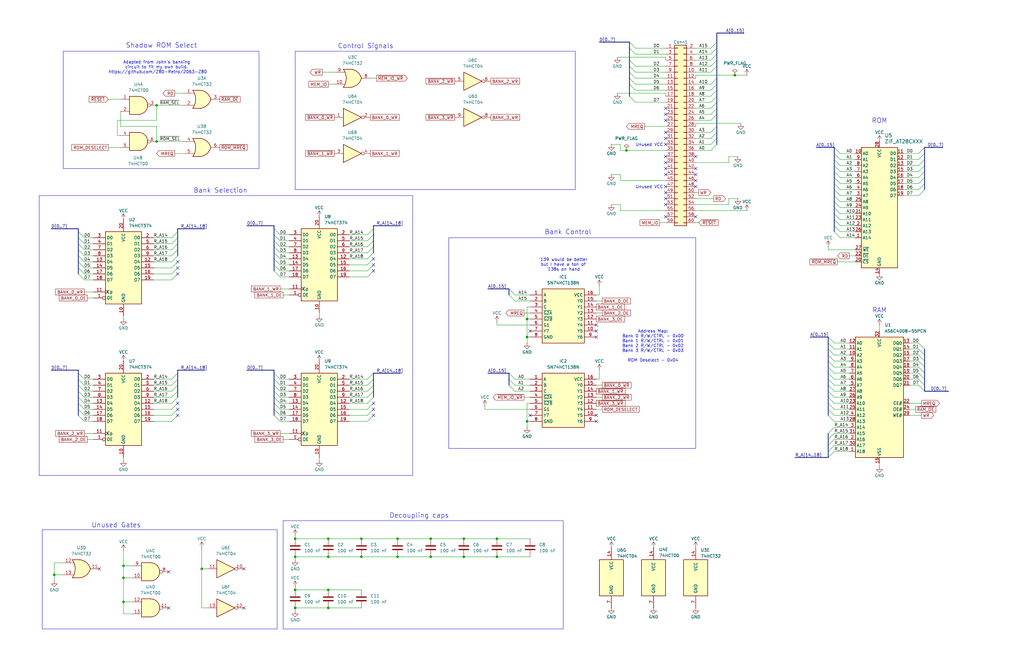
<source format=kicad_sch>
(kicad_sch (version 20231120) (generator "eeschema") (generator_version "8.0")
  (paper "B")
  (title_block (title "Kludge Memory Card") (rev "1.0"))
  (junction (at 152.4 227.33))
  (junction (at 124.46 248.92))
  (junction (at 167.64 227.33))
  (junction (at 138.43 256.54))
  (junction (at 52.07 243.84))
  (junction (at 66.04 44.45))
  (junction (at 195.58 234.95))
  (junction (at 309.88 31.75))
  (junction (at 222.25 142.24))
  (junction (at 138.43 227.33))
  (junction (at 222.25 177.8))
  (junction (at 209.55 234.95))
  (junction (at 152.4 234.95))
  (junction (at 85.09 240.03))
  (junction (at 52.07 254))
  (junction (at 22.86 242.57))
  (junction (at 138.43 234.95))
  (junction (at 66.04 59.69))
  (junction (at 138.43 248.92))
  (junction (at 222.25 134.62))
  (junction (at 209.55 227.33))
  (junction (at 264.16 63.5))
  (junction (at 181.61 227.33))
  (junction (at 52.07 238.76))
  (junction (at 124.46 227.33))
  (junction (at 124.46 256.54))
  (junction (at 195.58 227.33))
  (junction (at 181.61 234.95))
  (junction (at 124.46 234.95))
  (junction (at 167.64 234.95))
  (no_connect (at 223.52 175.26))
  (no_connect (at 74.93 115.57))
  (no_connect (at 280.67 78.74))
  (no_connect (at 102.87 240.03))
  (no_connect (at 251.46 139.7))
  (no_connect (at 293.37 71.12))
  (no_connect (at 251.46 177.8))
  (no_connect (at 280.67 58.42))
  (no_connect (at 71.12 256.54))
  (no_connect (at 157.48 175.26))
  (no_connect (at 157.48 170.18))
  (no_connect (at 157.48 111.76))
  (no_connect (at 71.12 241.3))
  (no_connect (at 74.93 172.72))
  (no_connect (at 280.67 83.82))
  (no_connect (at 157.48 114.3))
  (no_connect (at 293.37 91.44))
  (no_connect (at 251.46 137.16))
  (no_connect (at 74.93 170.18))
  (no_connect (at 280.67 45.72))
  (no_connect (at 280.67 91.44))
  (no_connect (at 280.67 71.12))
  (no_connect (at 280.67 50.8))
  (no_connect (at 157.48 172.72))
  (no_connect (at 251.46 175.26))
  (no_connect (at 74.93 175.26))
  (no_connect (at 293.37 66.04))
  (no_connect (at 251.46 142.24))
  (no_connect (at 293.37 73.66))
  (no_connect (at 280.67 66.04))
  (no_connect (at 280.67 48.26))
  (no_connect (at 157.48 109.22))
  (no_connect (at 280.67 60.96))
  (no_connect (at 280.67 68.58))
  (no_connect (at 41.91 240.03))
  (no_connect (at 280.67 81.28))
  (no_connect (at 223.52 139.7))
  (no_connect (at 280.67 86.36))
  (no_connect (at 280.67 55.88))
  (no_connect (at 280.67 73.66))
  (no_connect (at 293.37 76.2))
  (no_connect (at 293.37 78.74))
  (no_connect (at 102.87 256.54))
  (no_connect (at 74.93 110.49))
  (no_connect (at 74.93 113.03))
  (bus_entry (at 118.11 160.02) (size -2.54 -2.54))
  (bus_entry (at 299.72 25.4) (size 2.54 -2.54))
  (bus_entry (at 349.25 190.5) (size 2.54 -2.54))
  (bus_entry (at 118.11 109.22) (size -2.54 -2.54))
  (bus_entry (at 35.56 102.87) (size -2.54 -2.54))
  (bus_entry (at 349.25 172.72) (size 2.54 2.54))
  (bus_entry (at 265.43 33.02) (size 2.54 2.54))
  (bus_entry (at 349.25 167.64) (size 2.54 2.54))
  (bus_entry (at 74.93 160.02) (size -2.54 2.54))
  (bus_entry (at 217.17 162.56) (size -2.54 -2.54))
  (bus_entry (at 351.79 77.47) (size 2.54 2.54))
  (bus_entry (at 157.48 99.06) (size -2.54 2.54))
  (bus_entry (at 118.11 99.06) (size -2.54 -2.54))
  (bus_entry (at 349.25 182.88) (size 2.54 -2.54))
  (bus_entry (at 157.48 175.26) (size -2.54 2.54))
  (bus_entry (at 35.56 110.49) (size -2.54 -2.54))
  (bus_entry (at 118.11 175.26) (size -2.54 -2.54))
  (bus_entry (at 387.35 147.32) (size 2.54 2.54))
  (bus_entry (at 35.56 162.56) (size -2.54 -2.54))
  (bus_entry (at 157.48 106.68) (size -2.54 2.54))
  (bus_entry (at 157.48 109.22) (size -2.54 2.54))
  (bus_entry (at 299.72 55.88) (size 2.54 -2.54))
  (bus_entry (at 387.35 149.86) (size 2.54 2.54))
  (bus_entry (at 387.35 67.31) (size 2.54 -2.54))
  (bus_entry (at 351.79 97.79) (size 2.54 2.54))
  (bus_entry (at 35.56 175.26) (size -2.54 -2.54))
  (bus_entry (at 74.93 105.41) (size -2.54 2.54))
  (bus_entry (at 74.93 157.48) (size -2.54 2.54))
  (bus_entry (at 299.72 63.5) (size 2.54 -2.54))
  (bus_entry (at 351.79 92.71) (size 2.54 2.54))
  (bus_entry (at 74.93 102.87) (size -2.54 2.54))
  (bus_entry (at 351.79 74.93) (size 2.54 2.54))
  (bus_entry (at 299.72 58.42) (size 2.54 -2.54))
  (bus_entry (at 157.48 101.6) (size -2.54 2.54))
  (bus_entry (at 118.11 101.6) (size -2.54 -2.54))
  (bus_entry (at 351.79 67.31) (size 2.54 2.54))
  (bus_entry (at 351.79 62.23) (size 2.54 2.54))
  (bus_entry (at 299.72 35.56) (size 2.54 -2.54))
  (bus_entry (at 157.48 157.48) (size -2.54 2.54))
  (bus_entry (at 74.93 167.64) (size -2.54 2.54))
  (bus_entry (at 265.43 35.56) (size 2.54 2.54))
  (bus_entry (at 214.63 162.56) (size 2.54 2.54))
  (bus_entry (at 265.43 17.78) (size 2.54 2.54))
  (bus_entry (at 157.48 111.76) (size -2.54 2.54))
  (bus_entry (at 387.35 154.94) (size 2.54 2.54))
  (bus_entry (at 118.11 104.14) (size -2.54 -2.54))
  (bus_entry (at 299.72 38.1) (size 2.54 -2.54))
  (bus_entry (at 74.93 110.49) (size -2.54 2.54))
  (bus_entry (at 299.72 50.8) (size 2.54 -2.54))
  (bus_entry (at 349.25 157.48) (size 2.54 2.54))
  (bus_entry (at 299.72 43.18) (size 2.54 -2.54))
  (bus_entry (at 35.56 165.1) (size -2.54 -2.54))
  (bus_entry (at 74.93 115.57) (size -2.54 2.54))
  (bus_entry (at 349.25 193.04) (size 2.54 -2.54))
  (bus_entry (at 387.35 160.02) (size 2.54 2.54))
  (bus_entry (at 35.56 172.72) (size -2.54 -2.54))
  (bus_entry (at 35.56 115.57) (size -2.54 -2.54))
  (bus_entry (at 35.56 160.02) (size -2.54 -2.54))
  (bus_entry (at 118.11 106.68) (size -2.54 -2.54))
  (bus_entry (at 351.79 80.01) (size 2.54 2.54))
  (bus_entry (at 387.35 69.85) (size 2.54 -2.54))
  (bus_entry (at 157.48 167.64) (size -2.54 2.54))
  (bus_entry (at 299.72 40.64) (size 2.54 -2.54))
  (bus_entry (at 349.25 154.94) (size 2.54 2.54))
  (bus_entry (at 299.72 27.94) (size 2.54 -2.54))
  (bus_entry (at 351.79 95.25) (size 2.54 2.54))
  (bus_entry (at 74.93 162.56) (size -2.54 2.54))
  (bus_entry (at 299.72 60.96) (size 2.54 -2.54))
  (bus_entry (at 74.93 165.1) (size -2.54 2.54))
  (bus_entry (at 349.25 149.86) (size 2.54 2.54))
  (bus_entry (at 349.25 144.78) (size 2.54 2.54))
  (bus_entry (at 217.17 127) (size -2.54 -2.54))
  (bus_entry (at 265.43 30.48) (size 2.54 2.54))
  (bus_entry (at 157.48 160.02) (size -2.54 2.54))
  (bus_entry (at 387.35 157.48) (size 2.54 2.54))
  (bus_entry (at 35.56 105.41) (size -2.54 -2.54))
  (bus_entry (at 118.11 167.64) (size -2.54 -2.54))
  (bus_entry (at 349.25 162.56) (size 2.54 2.54))
  (bus_entry (at 118.11 114.3) (size -2.54 -2.54))
  (bus_entry (at 349.25 175.26) (size 2.54 2.54))
  (bus_entry (at 74.93 175.26) (size -2.54 2.54))
  (bus_entry (at 349.25 142.24) (size 2.54 2.54))
  (bus_entry (at 349.25 187.96) (size 2.54 -2.54))
  (bus_entry (at 387.35 144.78) (size 2.54 2.54))
  (bus_entry (at 118.11 162.56) (size -2.54 -2.54))
  (bus_entry (at 157.48 170.18) (size -2.54 2.54))
  (bus_entry (at 74.93 170.18) (size -2.54 2.54))
  (bus_entry (at 351.79 87.63) (size 2.54 2.54))
  (bus_entry (at 35.56 170.18) (size -2.54 -2.54))
  (bus_entry (at 351.79 72.39) (size 2.54 2.54))
  (bus_entry (at 35.56 107.95) (size -2.54 -2.54))
  (bus_entry (at 118.11 116.84) (size -2.54 -2.54))
  (bus_entry (at 351.79 82.55) (size 2.54 2.54))
  (bus_entry (at 118.11 172.72) (size -2.54 -2.54))
  (bus_entry (at 351.79 64.77) (size 2.54 2.54))
  (bus_entry (at 157.48 114.3) (size -2.54 2.54))
  (bus_entry (at 265.43 20.32) (size 2.54 2.54))
  (bus_entry (at 349.25 147.32) (size 2.54 2.54))
  (bus_entry (at 118.11 170.18) (size -2.54 -2.54))
  (bus_entry (at 74.93 113.03) (size -2.54 2.54))
  (bus_entry (at 387.35 77.47) (size 2.54 -2.54))
  (bus_entry (at 74.93 172.72) (size -2.54 2.54))
  (bus_entry (at 299.72 22.86) (size 2.54 -2.54))
  (bus_entry (at 351.79 69.85) (size 2.54 2.54))
  (bus_entry (at 387.35 64.77) (size 2.54 -2.54))
  (bus_entry (at 299.72 45.72) (size 2.54 -2.54))
  (bus_entry (at 349.25 152.4) (size 2.54 2.54))
  (bus_entry (at 349.25 185.42) (size 2.54 -2.54))
  (bus_entry (at 349.25 160.02) (size 2.54 2.54))
  (bus_entry (at 387.35 80.01) (size 2.54 -2.54))
  (bus_entry (at 387.35 82.55) (size 2.54 -2.54))
  (bus_entry (at 387.35 152.4) (size 2.54 2.54))
  (bus_entry (at 299.72 30.48) (size 2.54 -2.54))
  (bus_entry (at 217.17 160.02) (size -2.54 -2.54))
  (bus_entry (at 265.43 25.4) (size 2.54 2.54))
  (bus_entry (at 349.25 170.18) (size 2.54 2.54))
  (bus_entry (at 35.56 118.11) (size -2.54 -2.54))
  (bus_entry (at 35.56 167.64) (size -2.54 -2.54))
  (bus_entry (at 387.35 74.93) (size 2.54 -2.54))
  (bus_entry (at 299.72 48.26) (size 2.54 -2.54))
  (bus_entry (at 387.35 72.39) (size 2.54 -2.54))
  (bus_entry (at 349.25 165.1) (size 2.54 2.54))
  (bus_entry (at 157.48 172.72) (size -2.54 2.54))
  (bus_entry (at 35.56 113.03) (size -2.54 -2.54))
  (bus_entry (at 118.11 165.1) (size -2.54 -2.54))
  (bus_entry (at 265.43 27.94) (size 2.54 2.54))
  (bus_entry (at 351.79 90.17) (size 2.54 2.54))
  (bus_entry (at 35.56 177.8) (size -2.54 -2.54))
  (bus_entry (at 217.17 124.46) (size -2.54 -2.54))
  (bus_entry (at 157.48 162.56) (size -2.54 2.54))
  (bus_entry (at 387.35 162.56) (size 2.54 2.54))
  (bus_entry (at 118.11 111.76) (size -2.54 -2.54))
  (bus_entry (at 118.11 177.8) (size -2.54 -2.54))
  (bus_entry (at 157.48 104.14) (size -2.54 2.54))
  (bus_entry (at 35.56 100.33) (size -2.54 -2.54))
  (bus_entry (at 265.43 40.64) (size 2.54 2.54))
  (bus_entry (at 157.48 165.1) (size -2.54 2.54))
  (bus_entry (at 299.72 20.32) (size 2.54 -2.54))
  (bus_entry (at 351.79 85.09) (size 2.54 2.54))
  (bus_entry (at 74.93 97.79) (size -2.54 2.54))
  (bus_entry (at 74.93 107.95) (size -2.54 2.54))
  (bus_entry (at 74.93 100.33) (size -2.54 2.54))
  (bus_entry (at 157.48 96.52) (size -2.54 2.54))
  (wire (pts (xy 251.46 124.46) (xy 252.73 124.46)))
  (bus (pts (xy 115.57 111.76) (xy 115.57 109.22)))
  (wire (pts (xy 223.52 170.18) (xy 222.25 170.18)))
  (wire (pts (xy 299.72 27.94) (xy 293.37 27.94)))
  (wire (pts (xy 383.54 144.78) (xy 387.35 144.78)))
  (bus (pts (xy 33.02 105.41) (xy 33.02 102.87)))
  (wire (pts (xy 52.07 232.41) (xy 52.07 238.76)))
  (bus (pts (xy 302.26 48.26) (xy 302.26 53.34)))
  (bus (pts (xy 302.26 33.02) (xy 302.26 35.56)))
  (wire (pts (xy 167.64 227.33) (xy 181.61 227.33)))
  (wire (pts (xy 209.55 137.16) (xy 223.52 137.16)))
  (wire (pts (xy 222.25 142.24) (xy 223.52 142.24)))
  (bus (pts (xy 214.63 124.46) (xy 214.63 121.92)))
  (wire (pts (xy 222.25 142.24) (xy 222.25 134.62)))
  (bus (pts (xy 74.93 165.1) (xy 74.93 162.56)))
  (bus (pts (xy 351.79 85.09) (xy 351.79 87.63)))
  (bus (pts (xy 265.43 27.94) (xy 265.43 30.48)))
  (wire (pts (xy 351.79 165.1) (xy 358.14 165.1)))
  (bus (pts (xy 351.79 90.17) (xy 351.79 92.71)))
  (wire (pts (xy 121.92 114.3) (xy 118.11 114.3)))
  (bus (pts (xy 74.93 96.52) (xy 74.93 97.79)))
  (wire (pts (xy 121.92 106.68) (xy 118.11 106.68)))
  (wire (pts (xy 64.77 100.33) (xy 72.39 100.33)))
  (wire (pts (xy 267.97 30.48) (xy 280.67 30.48)))
  (bus (pts (xy 265.43 20.32) (xy 265.43 25.4)))
  (bus (pts (xy 115.57 162.56) (xy 115.57 160.02)))
  (bus (pts (xy 302.26 45.72) (xy 302.26 48.26)))
  (wire (pts (xy 52.07 254) (xy 52.07 259.08)))
  (wire (pts (xy 66.04 50.8) (xy 49.53 50.8)))
  (bus (pts (xy 33.02 102.87) (xy 33.02 100.33)))
  (bus (pts (xy 115.57 114.3) (xy 115.57 111.76)))
  (wire (pts (xy 280.67 22.86) (xy 267.97 22.86)))
  (wire (pts (xy 381 72.39) (xy 387.35 72.39)))
  (wire (pts (xy 39.37 167.64) (xy 35.56 167.64)))
  (wire (pts (xy 222.25 142.24) (xy 222.25 144.78)))
  (wire (pts (xy 22.86 245.11) (xy 22.86 242.57)))
  (bus (pts (xy 389.89 162.56) (xy 389.89 165.1)))
  (wire (pts (xy 64.77 170.18) (xy 72.39 170.18)))
  (wire (pts (xy 138.43 35.56) (xy 140.97 35.56)))
  (bus (pts (xy 74.93 160.02) (xy 74.93 157.48)))
  (wire (pts (xy 222.25 177.8) (xy 223.52 177.8)))
  (wire (pts (xy 299.72 25.4) (xy 293.37 25.4)))
  (wire (pts (xy 66.04 59.69) (xy 77.47 59.69)))
  (wire (pts (xy 299.72 63.5) (xy 293.37 63.5)))
  (bus (pts (xy 252.73 17.78) (xy 265.43 17.78)))
  (bus (pts (xy 168.91 95.25) (xy 157.48 95.25)))
  (wire (pts (xy 64.77 162.56) (xy 72.39 162.56)))
  (wire (pts (xy 204.47 172.72) (xy 223.52 172.72)))
  (wire (pts (xy 124.46 248.92) (xy 138.43 248.92)))
  (bus (pts (xy 349.25 149.86) (xy 349.25 152.4)))
  (bus (pts (xy 389.89 154.94) (xy 389.89 157.48)))
  (wire (pts (xy 299.72 55.88) (xy 293.37 55.88)))
  (wire (pts (xy 50.8 46.99) (xy 50.8 53.34)))
  (wire (pts (xy 152.4 227.33) (xy 167.64 227.33)))
  (wire (pts (xy 121.92 172.72) (xy 118.11 172.72)))
  (wire (pts (xy 261.62 88.9) (xy 261.62 86.36)))
  (wire (pts (xy 73.66 39.37) (xy 77.47 39.37)))
  (wire (pts (xy 39.37 100.33) (xy 35.56 100.33)))
  (wire (pts (xy 147.32 175.26) (xy 154.94 175.26)))
  (bus (pts (xy 389.89 62.23) (xy 397.51 62.23)))
  (wire (pts (xy 261.62 63.5) (xy 261.62 60.96)))
  (bus (pts (xy 115.57 95.25) (xy 115.57 96.52)))
  (bus (pts (xy 349.25 172.72) (xy 349.25 175.26)))
  (wire (pts (xy 147.32 160.02) (xy 154.94 160.02)))
  (bus (pts (xy 302.26 13.97) (xy 302.26 17.78)))
  (bus (pts (xy 205.74 121.92) (xy 214.63 121.92)))
  (wire (pts (xy 383.54 154.94) (xy 387.35 154.94)))
  (wire (pts (xy 267.97 38.1) (xy 280.67 38.1)))
  (wire (pts (xy 147.32 106.68) (xy 154.94 106.68)))
  (wire (pts (xy 280.67 24.13) (xy 260.35 24.13)))
  (bus (pts (xy 265.43 25.4) (xy 265.43 27.94)))
  (bus (pts (xy 389.89 64.77) (xy 389.89 67.31)))
  (wire (pts (xy 251.46 160.02) (xy 252.73 160.02)))
  (bus (pts (xy 389.89 157.48) (xy 389.89 160.02)))
  (wire (pts (xy 307.34 68.58) (xy 307.34 66.04)))
  (bus (pts (xy 389.89 152.4) (xy 389.89 154.94)))
  (wire (pts (xy 64.77 107.95) (xy 72.39 107.95)))
  (bus (pts (xy 389.89 149.86) (xy 389.89 152.4)))
  (bus (pts (xy 302.26 58.42) (xy 302.26 60.96)))
  (bus (pts (xy 33.02 167.64) (xy 33.02 165.1)))
  (wire (pts (xy 138.43 227.33) (xy 152.4 227.33)))
  (wire (pts (xy 124.46 226.06) (xy 124.46 227.33)))
  (wire (pts (xy 64.77 175.26) (xy 72.39 175.26)))
  (wire (pts (xy 138.43 256.54) (xy 152.4 256.54)))
  (bus (pts (xy 33.02 100.33) (xy 33.02 97.79)))
  (bus (pts (xy 115.57 104.14) (xy 115.57 101.6)))
  (wire (pts (xy 138.43 248.92) (xy 152.4 248.92)))
  (bus (pts (xy 115.57 175.26) (xy 115.57 172.72)))
  (bus (pts (xy 389.89 165.1) (xy 400.05 165.1)))
  (wire (pts (xy 351.79 185.42) (xy 358.14 185.42)))
  (wire (pts (xy 267.97 43.18) (xy 280.67 43.18)))
  (bus (pts (xy 351.79 95.25) (xy 351.79 97.79)))
  (wire (pts (xy 383.54 160.02) (xy 387.35 160.02)))
  (wire (pts (xy 349.25 105.41) (xy 360.68 105.41)))
  (bus (pts (xy 351.79 77.47) (xy 351.79 80.01)))
  (wire (pts (xy 181.61 234.95) (xy 195.58 234.95)))
  (wire (pts (xy 293.37 52.07) (xy 312.42 52.07)))
  (bus (pts (xy 349.25 187.96) (xy 349.25 185.42)))
  (bus (pts (xy 104.14 156.21) (xy 115.57 156.21)))
  (wire (pts (xy 223.52 129.54) (xy 222.25 129.54)))
  (wire (pts (xy 147.32 170.18) (xy 154.94 170.18)))
  (bus (pts (xy 389.89 74.93) (xy 389.89 77.47)))
  (wire (pts (xy 39.37 165.1) (xy 35.56 165.1)))
  (bus (pts (xy 349.25 165.1) (xy 349.25 167.64)))
  (wire (pts (xy 261.62 76.2) (xy 280.67 76.2)))
  (bus (pts (xy 115.57 165.1) (xy 115.57 162.56)))
  (wire (pts (xy 388.62 175.26) (xy 383.54 175.26)))
  (wire (pts (xy 261.62 86.36) (xy 257.81 86.36)))
  (wire (pts (xy 39.37 118.11) (xy 35.56 118.11)))
  (wire (pts (xy 39.37 170.18) (xy 35.56 170.18)))
  (bus (pts (xy 389.89 72.39) (xy 389.89 74.93)))
  (bus (pts (xy 265.43 33.02) (xy 265.43 35.56)))
  (wire (pts (xy 52.07 134.62) (xy 52.07 133.35)))
  (wire (pts (xy 299.72 58.42) (xy 293.37 58.42)))
  (wire (pts (xy 351.79 177.8) (xy 358.14 177.8)))
  (bus (pts (xy 302.26 35.56) (xy 302.26 38.1)))
  (wire (pts (xy 299.72 30.48) (xy 293.37 30.48)))
  (wire (pts (xy 118.11 182.88) (xy 121.92 182.88)))
  (bus (pts (xy 33.02 175.26) (xy 33.02 172.72)))
  (wire (pts (xy 307.34 66.04) (xy 311.15 66.04)))
  (wire (pts (xy 354.33 97.79) (xy 360.68 97.79)))
  (wire (pts (xy 222.25 129.54) (xy 222.25 134.62)))
  (wire (pts (xy 354.33 67.31) (xy 360.68 67.31)))
  (bus (pts (xy 74.93 102.87) (xy 74.93 100.33)))
  (wire (pts (xy 181.61 227.33) (xy 195.58 227.33)))
  (bus (pts (xy 302.26 17.78) (xy 302.26 20.32)))
  (wire (pts (xy 52.07 243.84) (xy 55.88 243.84)))
  (wire (pts (xy 299.72 40.64) (xy 293.37 40.64)))
  (wire (pts (xy 64.77 167.64) (xy 72.39 167.64)))
  (wire (pts (xy 381 69.85) (xy 387.35 69.85)))
  (bus (pts (xy 351.79 74.93) (xy 351.79 77.47)))
  (wire (pts (xy 351.79 180.34) (xy 358.14 180.34)))
  (wire (pts (xy 85.09 256.54) (xy 87.63 256.54)))
  (wire (pts (xy 254 132.08) (xy 251.46 132.08)))
  (bus (pts (xy 349.25 144.78) (xy 349.25 142.24)))
  (bus (pts (xy 302.26 27.94) (xy 302.26 33.02)))
  (wire (pts (xy 147.32 114.3) (xy 154.94 114.3)))
  (wire (pts (xy 254 172.72) (xy 251.46 172.72)))
  (bus (pts (xy 33.02 115.57) (xy 33.02 113.03)))
  (wire (pts (xy 299.72 60.96) (xy 293.37 60.96)))
  (bus (pts (xy 33.02 156.21) (xy 33.02 157.48)))
  (bus (pts (xy 115.57 109.22) (xy 115.57 106.68)))
  (wire (pts (xy 147.32 167.64) (xy 154.94 167.64)))
  (wire (pts (xy 217.17 162.56) (xy 223.52 162.56)))
  (wire (pts (xy 36.83 125.73) (xy 39.37 125.73)))
  (bus (pts (xy 157.48 101.6) (xy 157.48 99.06)))
  (wire (pts (xy 383.54 149.86) (xy 387.35 149.86)))
  (wire (pts (xy 293.37 53.34) (xy 293.37 52.07)))
  (bus (pts (xy 214.63 160.02) (xy 214.63 157.48)))
  (wire (pts (xy 66.04 44.45) (xy 77.47 44.45)))
  (wire (pts (xy 152.4 234.95) (xy 167.64 234.95)))
  (bus (pts (xy 115.57 170.18) (xy 115.57 167.64)))
  (wire (pts (xy 49.53 57.15) (xy 50.8 57.15)))
  (wire (pts (xy 383.54 147.32) (xy 387.35 147.32)))
  (wire (pts (xy 261.62 60.96) (xy 257.81 60.96)))
  (wire (pts (xy 64.77 177.8) (xy 72.39 177.8)))
  (wire (pts (xy 261.62 73.66) (xy 257.81 73.66)))
  (wire (pts (xy 121.92 99.06) (xy 118.11 99.06)))
  (wire (pts (xy 280.67 40.64) (xy 280.67 39.37)))
  (wire (pts (xy 293.37 93.98) (xy 294.64 93.98)))
  (bus (pts (xy 349.25 193.04) (xy 349.25 190.5)))
  (wire (pts (xy 35.56 182.88) (xy 39.37 182.88)))
  (bus (pts (xy 351.79 62.23) (xy 351.79 64.77)))
  (bus (pts (xy 115.57 172.72) (xy 115.57 170.18)))
  (wire (pts (xy 299.72 38.1) (xy 293.37 38.1)))
  (bus (pts (xy 349.25 154.94) (xy 349.25 157.48)))
  (bus (pts (xy 389.89 62.23) (xy 389.89 64.77)))
  (wire (pts (xy 388.62 170.18) (xy 383.54 170.18)))
  (wire (pts (xy 354.33 77.47) (xy 360.68 77.47)))
  (bus (pts (xy 157.48 99.06) (xy 157.48 96.52)))
  (wire (pts (xy 119.38 185.42) (xy 121.92 185.42)))
  (wire (pts (xy 52.07 243.84) (xy 52.07 254)))
  (bus (pts (xy 157.48 165.1) (xy 157.48 162.56)))
  (wire (pts (xy 49.53 50.8) (xy 49.53 57.15)))
  (wire (pts (xy 299.72 22.86) (xy 293.37 22.86)))
  (wire (pts (xy 264.16 63.5) (xy 280.67 63.5)))
  (bus (pts (xy 86.36 96.52) (xy 74.93 96.52)))
  (wire (pts (xy 294.64 81.28) (xy 293.37 81.28)))
  (wire (pts (xy 35.56 123.19) (xy 39.37 123.19)))
  (wire (pts (xy 121.92 109.22) (xy 118.11 109.22)))
  (bus (pts (xy 349.25 152.4) (xy 349.25 154.94)))
  (wire (pts (xy 383.54 152.4) (xy 387.35 152.4)))
  (wire (pts (xy 370.84 196.85) (xy 370.84 195.58)))
  (wire (pts (xy 64.77 110.49) (xy 72.39 110.49)))
  (bus (pts (xy 302.26 22.86) (xy 302.26 25.4)))
  (wire (pts (xy 22.86 242.57) (xy 26.67 242.57)))
  (wire (pts (xy 121.92 175.26) (xy 118.11 175.26)))
  (wire (pts (xy 354.33 80.01) (xy 360.68 80.01)))
  (bus (pts (xy 21.59 156.21) (xy 33.02 156.21)))
  (wire (pts (xy 124.46 227.33) (xy 138.43 227.33)))
  (wire (pts (xy 383.54 157.48) (xy 387.35 157.48)))
  (bus (pts (xy 33.02 96.52) (xy 33.02 97.79)))
  (wire (pts (xy 147.32 116.84) (xy 154.94 116.84)))
  (bus (pts (xy 21.59 96.52) (xy 33.02 96.52)))
  (bus (pts (xy 351.79 80.01) (xy 351.79 82.55)))
  (wire (pts (xy 39.37 162.56) (xy 35.56 162.56)))
  (bus (pts (xy 349.25 167.64) (xy 349.25 170.18)))
  (wire (pts (xy 147.32 177.8) (xy 154.94 177.8)))
  (bus (pts (xy 33.02 113.03) (xy 33.02 110.49)))
  (bus (pts (xy 351.79 69.85) (xy 351.79 72.39)))
  (wire (pts (xy 39.37 172.72) (xy 35.56 172.72)))
  (wire (pts (xy 354.33 72.39) (xy 360.68 72.39)))
  (wire (pts (xy 354.33 64.77) (xy 360.68 64.77)))
  (bus (pts (xy 74.93 156.21) (xy 74.93 157.48)))
  (wire (pts (xy 381 77.47) (xy 387.35 77.47)))
  (bus (pts (xy 33.02 107.95) (xy 33.02 105.41)))
  (wire (pts (xy 354.33 82.55) (xy 360.68 82.55)))
  (wire (pts (xy 147.32 109.22) (xy 154.94 109.22)))
  (wire (pts (xy 293.37 83.82) (xy 300.99 83.82)))
  (wire (pts (xy 351.79 175.26) (xy 358.14 175.26)))
  (wire (pts (xy 52.07 259.08) (xy 55.88 259.08)))
  (wire (pts (xy 351.79 157.48) (xy 358.14 157.48)))
  (wire (pts (xy 73.66 64.77) (xy 77.47 64.77)))
  (wire (pts (xy 223.52 127) (xy 217.17 127)))
  (wire (pts (xy 351.79 149.86) (xy 358.14 149.86)))
  (wire (pts (xy 138.43 234.95) (xy 152.4 234.95)))
  (wire (pts (xy 158.75 33.02) (xy 156.21 33.02)))
  (wire (pts (xy 360.68 107.95) (xy 358.14 107.95)))
  (wire (pts (xy 64.77 172.72) (xy 72.39 172.72)))
  (bus (pts (xy 157.48 162.56) (xy 157.48 160.02)))
  (bus (pts (xy 265.43 35.56) (xy 265.43 40.64)))
  (wire (pts (xy 209.55 227.33) (xy 223.52 227.33)))
  (wire (pts (xy 261.62 63.5) (xy 264.16 63.5)))
  (wire (pts (xy 39.37 107.95) (xy 35.56 107.95)))
  (wire (pts (xy 147.32 165.1) (xy 154.94 165.1)))
  (wire (pts (xy 45.72 62.23) (xy 50.8 62.23)))
  (wire (pts (xy 85.09 231.14) (xy 85.09 240.03)))
  (wire (pts (xy 39.37 113.03) (xy 35.56 113.03)))
  (wire (pts (xy 220.98 132.08) (xy 223.52 132.08)))
  (wire (pts (xy 354.33 87.63) (xy 360.68 87.63)))
  (wire (pts (xy 267.97 33.02) (xy 280.67 33.02)))
  (wire (pts (xy 280.67 39.37) (xy 260.35 39.37)))
  (bus (pts (xy 349.25 162.56) (xy 349.25 165.1)))
  (wire (pts (xy 351.79 152.4) (xy 358.14 152.4)))
  (wire (pts (xy 254 162.56) (xy 251.46 162.56)))
  (wire (pts (xy 383.54 162.56) (xy 387.35 162.56)))
  (wire (pts (xy 351.79 187.96) (xy 358.14 187.96)))
  (wire (pts (xy 351.79 162.56) (xy 358.14 162.56)))
  (bus (pts (xy 33.02 172.72) (xy 33.02 170.18)))
  (wire (pts (xy 381 74.93) (xy 387.35 74.93)))
  (wire (pts (xy 351.79 182.88) (xy 358.14 182.88)))
  (bus (pts (xy 74.93 162.56) (xy 74.93 160.02)))
  (wire (pts (xy 280.67 53.34) (xy 271.78 53.34)))
  (wire (pts (xy 39.37 160.02) (xy 35.56 160.02)))
  (wire (pts (xy 195.58 234.95) (xy 209.55 234.95)))
  (bus (pts (xy 302.26 43.18) (xy 302.26 45.72)))
  (wire (pts (xy 124.46 234.95) (xy 138.43 234.95)))
  (wire (pts (xy 293.37 68.58) (xy 307.34 68.58)))
  (bus (pts (xy 341.63 142.24) (xy 349.25 142.24)))
  (wire (pts (xy 351.79 190.5) (xy 358.14 190.5)))
  (wire (pts (xy 64.77 160.02) (xy 72.39 160.02)))
  (bus (pts (xy 74.93 105.41) (xy 74.93 102.87)))
  (bus (pts (xy 74.93 107.95) (xy 74.93 105.41)))
  (wire (pts (xy 36.83 185.42) (xy 39.37 185.42)))
  (wire (pts (xy 121.92 170.18) (xy 118.11 170.18)))
  (bus (pts (xy 265.43 30.48) (xy 265.43 33.02)))
  (wire (pts (xy 351.79 172.72) (xy 358.14 172.72)))
  (wire (pts (xy 252.73 160.02) (xy 252.73 156.21)))
  (wire (pts (xy 351.79 160.02) (xy 358.14 160.02)))
  (wire (pts (xy 124.46 256.54) (xy 138.43 256.54)))
  (wire (pts (xy 121.92 165.1) (xy 118.11 165.1)))
  (wire (pts (xy 307.34 83.82) (xy 311.15 83.82)))
  (wire (pts (xy 220.98 167.64) (xy 223.52 167.64)))
  (wire (pts (xy 134.62 133.35) (xy 134.62 132.08)))
  (bus (pts (xy 389.89 147.32) (xy 389.89 149.86)))
  (wire (pts (xy 64.77 113.03) (xy 72.39 113.03)))
  (wire (pts (xy 293.37 88.9) (xy 314.96 88.9)))
  (bus (pts (xy 157.48 104.14) (xy 157.48 101.6)))
  (wire (pts (xy 204.47 171.45) (xy 204.47 172.72)))
  (wire (pts (xy 381 80.01) (xy 387.35 80.01)))
  (bus (pts (xy 104.14 95.25) (xy 115.57 95.25)))
  (wire (pts (xy 222.25 134.62) (xy 223.52 134.62)))
  (wire (pts (xy 217.17 165.1) (xy 223.52 165.1)))
  (bus (pts (xy 349.25 157.48) (xy 349.25 160.02)))
  (bus (pts (xy 351.79 64.77) (xy 351.79 67.31)))
  (bus (pts (xy 302.26 40.64) (xy 302.26 43.18)))
  (wire (pts (xy 223.52 124.46) (xy 217.17 124.46)))
  (wire (pts (xy 299.72 48.26) (xy 293.37 48.26)))
  (bus (pts (xy 302.26 55.88) (xy 302.26 58.42)))
  (wire (pts (xy 147.32 162.56) (xy 154.94 162.56)))
  (wire (pts (xy 121.92 111.76) (xy 118.11 111.76)))
  (wire (pts (xy 351.79 154.94) (xy 358.14 154.94)))
  (wire (pts (xy 64.77 102.87) (xy 72.39 102.87)))
  (wire (pts (xy 293.37 31.75) (xy 293.37 33.02)))
  (wire (pts (xy 118.11 121.92) (xy 121.92 121.92)))
  (wire (pts (xy 195.58 227.33) (xy 209.55 227.33)))
  (bus (pts (xy 115.57 160.02) (xy 115.57 157.48)))
  (bus (pts (xy 115.57 167.64) (xy 115.57 165.1)))
  (wire (pts (xy 381 67.31) (xy 387.35 67.31)))
  (wire (pts (xy 293.37 86.36) (xy 307.34 86.36)))
  (bus (pts (xy 351.79 87.63) (xy 351.79 90.17)))
  (wire (pts (xy 261.62 76.2) (xy 261.62 73.66)))
  (bus (pts (xy 344.17 62.23) (xy 351.79 62.23)))
  (wire (pts (xy 222.25 177.8) (xy 222.25 180.34)))
  (wire (pts (xy 354.33 69.85) (xy 360.68 69.85)))
  (bus (pts (xy 115.57 101.6) (xy 115.57 99.06)))
  (wire (pts (xy 64.77 118.11) (xy 72.39 118.11)))
  (bus (pts (xy 115.57 106.68) (xy 115.57 104.14)))
  (bus (pts (xy 33.02 162.56) (xy 33.02 160.02)))
  (wire (pts (xy 66.04 53.34) (xy 66.04 59.69)))
  (bus (pts (xy 351.79 82.55) (xy 351.79 85.09)))
  (wire (pts (xy 217.17 160.02) (xy 223.52 160.02)))
  (wire (pts (xy 135.89 30.48) (xy 140.97 30.48)))
  (wire (pts (xy 222.25 170.18) (xy 222.25 177.8)))
  (bus (pts (xy 115.57 156.21) (xy 115.57 157.48)))
  (bus (pts (xy 33.02 110.49) (xy 33.02 107.95)))
  (wire (pts (xy 124.46 257.81) (xy 124.46 256.54)))
  (wire (pts (xy 314.96 31.75) (xy 309.88 31.75)))
  (wire (pts (xy 121.92 167.64) (xy 118.11 167.64)))
  (wire (pts (xy 354.33 85.09) (xy 360.68 85.09)))
  (bus (pts (xy 349.25 185.42) (xy 349.25 182.88)))
  (bus (pts (xy 302.26 20.32) (xy 302.26 22.86)))
  (wire (pts (xy 124.46 236.22) (xy 124.46 234.95)))
  (wire (pts (xy 64.77 105.41) (xy 72.39 105.41)))
  (bus (pts (xy 389.89 77.47) (xy 389.89 80.01)))
  (wire (pts (xy 22.86 237.49) (xy 26.67 237.49)))
  (wire (pts (xy 351.79 144.78) (xy 358.14 144.78)))
  (wire (pts (xy 267.97 20.32) (xy 280.67 20.32)))
  (bus (pts (xy 349.25 160.02) (xy 349.25 162.56)))
  (wire (pts (xy 119.38 124.46) (xy 121.92 124.46)))
  (bus (pts (xy 349.25 147.32) (xy 349.25 149.86)))
  (wire (pts (xy 354.33 92.71) (xy 360.68 92.71)))
  (wire (pts (xy 267.97 35.56) (xy 280.67 35.56)))
  (wire (pts (xy 354.33 74.93) (xy 360.68 74.93)))
  (wire (pts (xy 52.07 238.76) (xy 52.07 243.84)))
  (wire (pts (xy 351.79 170.18) (xy 358.14 170.18)))
  (wire (pts (xy 121.92 162.56) (xy 118.11 162.56)))
  (bus (pts (xy 351.79 72.39) (xy 351.79 74.93)))
  (bus (pts (xy 389.89 72.39) (xy 389.89 69.85)))
  (bus (pts (xy 349.25 144.78) (xy 349.25 147.32)))
  (bus (pts (xy 389.89 67.31) (xy 389.89 69.85)))
  (wire (pts (xy 354.33 90.17) (xy 360.68 90.17)))
  (wire (pts (xy 209.55 234.95) (xy 223.52 234.95)))
  (wire (pts (xy 147.32 111.76) (xy 154.94 111.76)))
  (wire (pts (xy 50.8 53.34) (xy 66.04 53.34)))
  (wire (pts (xy 299.72 20.32) (xy 293.37 20.32)))
  (wire (pts (xy 147.32 104.14) (xy 154.94 104.14)))
  (wire (pts (xy 254 167.64) (xy 251.46 167.64)))
  (wire (pts (xy 121.92 104.14) (xy 118.11 104.14)))
  (bus (pts (xy 351.79 92.71) (xy 351.79 95.25)))
  (wire (pts (xy 299.72 43.18) (xy 293.37 43.18)))
  (wire (pts (xy 267.97 27.94) (xy 280.67 27.94)))
  (bus (pts (xy 157.48 167.64) (xy 157.48 165.1)))
  (bus (pts (xy 33.02 170.18) (xy 33.02 167.64)))
  (bus (pts (xy 265.43 17.78) (xy 265.43 20.32)))
  (wire (pts (xy 147.32 99.06) (xy 154.94 99.06)))
  (wire (pts (xy 351.79 147.32) (xy 358.14 147.32)))
  (wire (pts (xy 39.37 110.49) (xy 35.56 110.49)))
  (bus (pts (xy 157.48 160.02) (xy 157.48 157.48)))
  (bus (pts (xy 302.26 53.34) (xy 302.26 55.88)))
  (wire (pts (xy 386.08 172.72) (xy 383.54 172.72)))
  (bus (pts (xy 157.48 106.68) (xy 157.48 104.14)))
  (wire (pts (xy 121.92 101.6) (xy 118.11 101.6)))
  (bus (pts (xy 335.28 193.04) (xy 349.25 193.04)))
  (bus (pts (xy 33.02 165.1) (xy 33.02 162.56)))
  (wire (pts (xy 354.33 95.25) (xy 360.68 95.25)))
  (wire (pts (xy 252.73 124.46) (xy 252.73 120.65)))
  (wire (pts (xy 52.07 238.76) (xy 55.88 238.76)))
  (bus (pts (xy 157.48 95.25) (xy 157.48 96.52)))
  (bus (pts (xy 33.02 160.02) (xy 33.02 157.48)))
  (bus (pts (xy 349.25 190.5) (xy 349.25 187.96)))
  (wire (pts (xy 85.09 240.03) (xy 85.09 256.54)))
  (wire (pts (xy 167.64 234.95) (xy 181.61 234.95)))
  (wire (pts (xy 349.25 104.14) (xy 349.25 105.41)))
  (wire (pts (xy 39.37 177.8) (xy 35.56 177.8)))
  (bus (pts (xy 205.74 157.48) (xy 214.63 157.48)))
  (wire (pts (xy 39.37 105.41) (xy 35.56 105.41)))
  (bus (pts (xy 115.57 99.06) (xy 115.57 96.52)))
  (wire (pts (xy 39.37 102.87) (xy 35.56 102.87)))
  (wire (pts (xy 381 82.55) (xy 387.35 82.55)))
  (wire (pts (xy 121.92 160.02) (xy 118.11 160.02)))
  (bus (pts (xy 302.26 25.4) (xy 302.26 27.94)))
  (wire (pts (xy 261.62 88.9) (xy 280.67 88.9)))
  (wire (pts (xy 299.72 50.8) (xy 293.37 50.8)))
  (wire (pts (xy 121.92 116.84) (xy 118.11 116.84)))
  (wire (pts (xy 45.72 41.91) (xy 50.8 41.91)))
  (wire (pts (xy 134.62 194.31) (xy 134.62 193.04)))
  (wire (pts (xy 370.84 137.16) (xy 370.84 139.7)))
  (wire (pts (xy 353.06 110.49) (xy 360.68 110.49)))
  (wire (pts (xy 64.77 165.1) (xy 72.39 165.1)))
  (wire (pts (xy 147.32 172.72) (xy 154.94 172.72)))
  (wire (pts (xy 307.34 86.36) (xy 307.34 83.82)))
  (wire (pts (xy 351.79 167.64) (xy 358.14 167.64)))
  (wire (pts (xy 278.13 93.98) (xy 280.67 93.98)))
  (bus (pts (xy 74.93 167.64) (xy 74.93 165.1)))
  (bus (pts (xy 302.26 13.97) (xy 313.69 13.97)))
  (wire (pts (xy 39.37 175.26) (xy 35.56 175.26)))
  (wire (pts (xy 147.32 101.6) (xy 154.94 101.6)))
  (wire (pts (xy 85.09 240.03) (xy 87.63 240.03)))
  (bus (pts (xy 349.25 170.18) (xy 349.25 172.72)))
  (bus (pts (xy 168.91 157.48) (xy 157.48 157.48)))
  (bus (pts (xy 74.93 100.33) (xy 74.93 97.79)))
  (wire (pts (xy 52.07 254) (xy 55.88 254)))
  (wire (pts (xy 280.67 25.4) (xy 280.67 24.13)))
  (bus (pts (xy 302.26 38.1) (xy 302.26 40.64)))
  (wire (pts (xy 22.86 242.57) (xy 22.86 237.49)))
  (bus (pts (xy 214.63 160.02) (xy 214.63 162.56)))
  (wire (pts (xy 309.88 31.75) (xy 293.37 31.75)))
  (wire (pts (xy 52.07 194.31) (xy 52.07 193.04)))
  (wire (pts (xy 254 127) (xy 251.46 127)))
  (wire (pts (xy 39.37 115.57) (xy 35.56 115.57)))
  (bus (pts (xy 389.89 160.02) (xy 389.89 162.56)))
  (wire (pts (xy 354.33 100.33) (xy 360.68 100.33)))
  (wire (pts (xy 209.55 135.89) (xy 209.55 137.16)))
  (bus (pts (xy 351.79 67.31) (xy 351.79 69.85)))
  (wire (pts (xy 124.46 247.65) (xy 124.46 248.92)))
  (wire (pts (xy 66.04 44.45) (xy 66.04 50.8)))
  (wire (pts (xy 121.92 177.8) (xy 118.11 177.8)))
  (bus (pts (xy 86.36 156.21) (xy 74.93 156.21)))
  (wire (pts (xy 299.72 35.56) (xy 293.37 35.56)))
  (wire (pts (xy 381 64.77) (xy 387.35 64.77)))
  (wire (pts (xy 299.72 45.72) (xy 293.37 45.72)))
  (wire (pts (xy 64.77 115.57) (xy 72.39 115.57)))
  (rectangle (start 119.38 219.71) (end 237.49 265.43))
  (rectangle (start 16.51 82.55) (end 173.99 200.66))
  (rectangle (start 26.67 21.59) (end 109.22 71.12))
  (rectangle (start 17.78 223.52) (end 116.84 265.43))
  (rectangle (start 189.23 100.33) (end 293.37 189.23))
  (rectangle (start 124.46 21.59) (end 242.57 80.01))
  (text "Unused VCC" (at 273.812 61.214 0) (effects (font (size 1.27 1.27))))
  (text "Control Signals" (at 154.178 19.558 0) (effects (font (size 2 2))))
  (text "Unused Gates" (at 49.022 221.742 0) (effects (font (size 2 2))))
  (text "ROM" (at 370.84 51.054 0) (effects (font (size 2 2))))
  (text "Address Map:\nBank 0 R/W/CTRL - 0x00\nBank 1 R/W/CTRL - 0x01\nBank 2 R/W/CTRL - 0x02\nBank 3 R/W/CTRL - 0x03\n\nROM Deselect - 0x04" (at 275.336 146.05 0) (effects (font (size 1.27 1.27))))
  (text "Adapted from John's banking \ncircuit to fit my own build. \nhttps://github.com/Z80-Retro/2063-Z80\n" (at 66.548 28.448 0) (effects (font (size 1.27 1.27))))
  (text "Unused VCC" (at 273.812 78.994 0) (effects (font (size 1.27 1.27))))
  (text "Shadow ROM Select" (at 68.072 19.304 0) (effects (font (size 2 2))))
  (text "Decoupling caps" (at 176.784 217.678 0) (effects (font (size 2 2))))
  (text "Bank Control" (at 239.522 98.044 0) (effects (font (size 2 2))))
  (text "RAM" (at 370.84 131.064 0) (effects (font (size 2 2))))
  (text "Bank Selection" (at 92.964 80.518 0) (effects (font (size 2 2))))
  (text "'139 would be better\nbut I have a ton of\n'138s on hand" (at 237.49 111.76 0) (effects (font (size 1.27 1.27))))
  (label "D[0..7]" (at 252.73 17.78 0))
  (label "D3" (at 38.1 167.64 180))
  (label "D5" (at 38.1 172.72 180))
  (label "A3" (at 297.18 55.88 180))
  (label "A10" (at 356.87 90.17 0))
  (label "D6" (at 120.65 114.3 180))
  (label "R_A17" (at 64.77 167.64 0))
  (label "A14" (at 222.25 124.46 180))
  (label "R_A16" (at 351.79 185.42 0))
  (label "A1" (at 354.33 147.32 0))
  (label "A9" (at 356.87 87.63 0))
  (label "D3" (at 384.81 152.4 0))
  (label "A14" (at 356.87 100.33 0))
  (label "D1" (at 382.27 67.31 0))
  (label "R_A16" (at 147.32 165.1 0))
  (label "D2" (at 278.13 27.94 180))
  (label "R_A14" (at 147.32 160.02 0))
  (label "D2" (at 38.1 105.41 180))
  (label "D1" (at 384.81 147.32 0))
  (label "R_A15" (at 147.32 101.6 0))
  (label "R_A14" (at 64.77 160.02 0))
  (label "A7" (at 354.33 162.56 0))
  (label "R_A15" (at 64.77 102.87 0))
  (label "R_A14" (at 64.77 100.33 0))
  (label "R_A18" (at 147.32 109.22 0))
  (label "D4" (at 38.1 170.18 180))
  (label "D1" (at 120.65 101.6 180))
  (label "D4" (at 278.13 33.02 180))
  (label "D7" (at 278.13 43.18 180))
  (label "D5" (at 382.27 77.47 0))
  (label "A8" (at 354.33 165.1 0))
  (label "D[0..7]" (at 391.16 62.23 0))
  (label "D4" (at 120.65 170.18 180))
  (label "D4" (at 384.81 154.94 0))
  (label "A5" (at 354.33 157.48 0))
  (label "A0" (at 354.33 144.78 0))
  (label "D0" (at 38.1 160.02 180))
  (label "~{ROM_SEL}" (at 67.31 59.69 0))
  (label "A2" (at 354.33 149.86 0))
  (label "R_A17" (at 64.77 107.95 0))
  (label "A6" (at 354.33 160.02 0))
  (label "A4" (at 354.33 154.94 0))
  (label "D1" (at 38.1 162.56 180))
  (label "R_A14" (at 351.79 180.34 0))
  (label "A12" (at 298.45 27.94 180))
  (label "D0" (at 278.13 20.32 180))
  (label "D0" (at 120.65 160.02 180))
  (label "D0" (at 382.27 64.77 0))
  (label "~{RAM_SEL}" (at 67.31 44.45 0))
  (label "R_A15" (at 147.32 162.56 0))
  (label "R_A[14..18]" (at 76.2 156.21 0))
  (label "D4" (at 38.1 110.49 180))
  (label "R_A18" (at 64.77 170.18 0))
  (label "D1" (at 278.13 22.86 180))
  (label "A11" (at 298.45 30.48 180))
  (label "R_A17" (at 147.32 106.68 0))
  (label "A10" (at 298.45 35.56 180))
  (label "A3" (at 354.33 152.4 0))
  (label "A[0..15]" (at 205.74 121.92 0))
  (label "D7" (at 384.81 162.56 0))
  (label "D[0..7]" (at 104.14 156.21 0))
  (label "A[0..15]" (at 205.74 157.48 0))
  (label "D5" (at 120.65 111.76 180))
  (label "D6" (at 382.27 80.01 0))
  (label "A[0..15]" (at 344.17 62.23 0))
  (label "R_A14" (at 147.32 99.06 0))
  (label "D6" (at 38.1 175.26 180))
  (label "D4" (at 382.27 74.93 0))
  (label "A6" (at 297.18 45.72 180))
  (label "D2" (at 120.65 104.14 180))
  (label "A2" (at 297.18 58.42 180))
  (label "A1" (at 220.98 162.56 180))
  (label "A7" (at 356.87 82.55 0))
  (label "D2" (at 38.1 165.1 180))
  (label "D3" (at 278.13 30.48 180))
  (label "A15" (at 222.25 127 180))
  (label "A[0..15]" (at 341.63 142.24 0))
  (label "A2" (at 218.44 165.1 0))
  (label "R_A16" (at 147.32 104.14 0))
  (label "A1" (at 356.87 67.31 0))
  (label "R_A[14..18]" (at 335.28 193.04 0))
  (label "D7" (at 38.1 177.8 180))
  (label "A7" (at 297.18 43.18 180))
  (label "A8" (at 297.18 40.64 180))
  (label "D6" (at 120.65 175.26 180))
  (label "A12" (at 356.87 95.25 0))
  (label "R_A[14..18]" (at 158.75 95.25 0))
  (label "A0" (at 220.98 160.02 180))
  (label "A8" (at 356.87 85.09 0))
  (label "A4" (at 356.87 74.93 0))
  (label "D4" (at 120.65 109.22 180))
  (label "D6" (at 278.13 38.1 180))
  (label "D2" (at 382.27 69.85 0))
  (label "D5" (at 120.65 172.72 180))
  (label "A11" (at 354.33 172.72 0))
  (label "D[0..7]" (at 21.59 156.21 0))
  (label "R_A[14..18]" (at 158.75 157.48 0))
  (label "A14" (at 298.45 22.86 180))
  (label "R_A17" (at 351.79 187.96 0))
  (label "D3" (at 38.1 107.95 180))
  (label "D7" (at 38.1 118.11 180))
  (label "D[0..7]" (at 392.43 165.1 0))
  (label "R_A15" (at 351.79 182.88 0))
  (label "D5" (at 384.81 157.48 0))
  (label "D1" (at 120.65 162.56 180))
  (label "R_A17" (at 147.32 167.64 0))
  (label "A12" (at 354.33 175.26 0))
  (label "D6" (at 38.1 115.57 180))
  (label "A1" (at 297.18 60.96 180))
  (label "D3" (at 120.65 106.68 180))
  (label "A13" (at 298.45 25.4 180))
  (label "A6" (at 356.87 80.01 0))
  (label "R_A16" (at 64.77 105.41 0))
  (label "D[0..7]" (at 104.14 95.25 0))
  (label "D0" (at 384.81 144.78 0))
  (label "A[0..15]" (at 306.07 13.97 0))
  (label "R_A16" (at 64.77 165.1 0))
  (label "A10" (at 354.33 170.18 0))
  (label "R_A18" (at 64.77 110.49 0))
  (label "D0" (at 120.65 99.06 180))
  (label "A4" (at 297.18 50.8 180))
  (label "A11" (at 356.87 92.71 0))
  (label "R_A[14..18]" (at 76.2 96.52 0))
  (label "D5" (at 278.13 35.56 180))
  (label "D2" (at 120.65 165.1 180))
  (label "A13" (at 354.33 177.8 0))
  (label "D[0..7]" (at 21.59 96.52 0))
  (label "D7" (at 120.65 116.84 180))
  (label "D7" (at 382.27 82.55 0))
  (label "D7" (at 120.65 177.8 180))
  (label "D0" (at 38.1 100.33 180))
  (label "A0" (at 356.87 64.77 0))
  (label "A9" (at 297.18 38.1 180))
  (label "A3" (at 356.87 72.39 0))
  (label "A0" (at 297.18 63.5 180))
  (label "D3" (at 382.27 72.39 0))
  (label "D6" (at 384.81 160.02 0))
  (label "A5" (at 297.18 48.26 180))
  (label "A5" (at 356.87 77.47 0))
  (label "A13" (at 356.87 97.79 0))
  (label "D2" (at 384.81 149.86 0))
  (label "A9" (at 354.33 167.64 0))
  (label "A2" (at 356.87 69.85 0))
  (label "D1" (at 38.1 102.87 180))
  (label "R_A18" (at 351.79 190.5 0))
  (label "D3" (at 120.65 167.64 180))
  (label "D5" (at 38.1 113.03 180))
  (label "R_A18" (at 147.32 170.18 0))
  (label "A15" (at 298.45 20.32 180))
  (label "R_A15" (at 64.77 162.56 0))
  (global_label "BANK_1_OE" (shape passive) (at 251.46 129.54 0) (property "Intersheetrefs" "${INTERSHEET_REFS}" (effects (hide yes))))
  (global_label "BANK_0_WR" (shape passive) (at 156.21 49.53 0) (property "Intersheetrefs" "${INTERSHEET_REFS}" (effects (hide yes))))
  (global_label "RD" (shape output) (at 73.66 39.37 180) (property "Intersheetrefs" "${INTERSHEET_REFS}" (effects (hide yes))))
  (global_label "RD" (shape output) (at 300.99 83.82 0) (property "Intersheetrefs" "${INTERSHEET_REFS}" (effects (hide yes))))
  (global_label "BANK_1_OE" (shape passive) (at 119.38 124.46 180) (property "Intersheetrefs" "${INTERSHEET_REFS}" (effects (hide yes))))
  (global_label "BANK_3_OE" (shape passive) (at 119.38 185.42 180) (property "Intersheetrefs" "${INTERSHEET_REFS}" (effects (hide yes))))
  (global_label "~{MEM_IO_WR}" (shape output) (at 220.98 167.64 180) (property "Intersheetrefs" "${INTERSHEET_REFS}" (effects (hide yes))))
  (global_label "BANK_2_WR" (shape passive) (at 207.01 34.29 0) (property "Intersheetrefs" "${INTERSHEET_REFS}" (effects (hide yes))))
  (global_label "~{RAM_OE}" (shape passive) (at 92.71 41.91 0) (property "Intersheetrefs" "${INTERSHEET_REFS}" (effects (hide yes))))
  (global_label "BANK_0_WR" (shape passive) (at 35.56 123.19 180) (property "Intersheetrefs" "${INTERSHEET_REFS}" (effects (hide yes))))
  (global_label "~{BANK_2_WR}" (shape passive) (at 191.77 34.29 180) (property "Intersheetrefs" "${INTERSHEET_REFS}" (effects (hide yes))))
  (global_label "~{ROM_MREQ}" (shape passive) (at 353.06 110.49 180) (property "Intersheetrefs" "${INTERSHEET_REFS}" (effects (hide yes))))
  (global_label "MREQ" (shape output) (at 73.66 64.77 180) (property "Intersheetrefs" "${INTERSHEET_REFS}" (effects (hide yes))))
  (global_label "MREQ" (shape output) (at 271.78 53.34 180) (property "Intersheetrefs" "${INTERSHEET_REFS}" (effects (hide yes))))
  (global_label "MEM_IO" (shape passive) (at 138.43 35.56 180) (property "Intersheetrefs" "${INTERSHEET_REFS}" (effects (hide yes))))
  (global_label "BANK_3_WR" (shape passive) (at 207.01 49.53 0) (property "Intersheetrefs" "${INTERSHEET_REFS}" (effects (hide yes))))
  (global_label "ROM_DESELECT" (shape passive) (at 45.72 62.23 180) (property "Intersheetrefs" "${INTERSHEET_REFS}" (effects (hide yes))))
  (global_label "~{BANK_1_WR}" (shape passive) (at 140.97 64.77 180) (property "Intersheetrefs" "${INTERSHEET_REFS}" (effects (hide yes))))
  (global_label "ROM_DESELECT" (shape passive) (at 254 172.72 0) (property "Intersheetrefs" "${INTERSHEET_REFS}" (effects (hide yes))))
  (global_label "BANK_3_WR" (shape passive) (at 118.11 182.88 180) (property "Intersheetrefs" "${INTERSHEET_REFS}" (effects (hide yes))))
  (global_label "WR" (shape output) (at 294.64 81.28 0) (property "Intersheetrefs" "${INTERSHEET_REFS}" (effects (hide yes))))
  (global_label "WR" (shape output) (at 135.89 30.48 180) (property "Intersheetrefs" "${INTERSHEET_REFS}" (effects (hide yes))))
  (global_label "MREQ" (shape output) (at 388.62 170.18 0) (property "Intersheetrefs" "${INTERSHEET_REFS}" (effects (hide yes))))
  (global_label "~{BANK_0_WR}" (shape passive) (at 254 162.56 0) (property "Intersheetrefs" "${INTERSHEET_REFS}" (effects (hide yes))))
  (global_label "~{BANK_2_WR}" (shape passive) (at 254 167.64 0) (property "Intersheetrefs" "${INTERSHEET_REFS}" (effects (hide yes))))
  (global_label "~{BANK_1_WR}" (shape passive) (at 251.46 165.1 0) (property "Intersheetrefs" "${INTERSHEET_REFS}" (effects (hide yes))))
  (global_label "~{BANK_0_WR}" (shape passive) (at 140.97 49.53 180) (property "Intersheetrefs" "${INTERSHEET_REFS}" (effects (hide yes))))
  (global_label "~{RESET}" (shape input) (at 45.72 41.91 180) (property "Intersheetrefs" "${INTERSHEET_REFS}" (effects (hide yes))))
  (global_label "BANK_0_OE" (shape passive) (at 254 127 0) (property "Intersheetrefs" "${INTERSHEET_REFS}" (effects (hide yes))))
  (global_label "BANK_1_WR" (shape passive) (at 156.21 64.77 0) (property "Intersheetrefs" "${INTERSHEET_REFS}" (effects (hide yes))))
  (global_label "RD" (shape output) (at 358.14 107.95 180) (property "Intersheetrefs" "${INTERSHEET_REFS}" (effects (hide yes))))
  (global_label "~{RESET}" (shape input) (at 294.64 93.98 0) (property "Intersheetrefs" "${INTERSHEET_REFS}" (effects (hide yes))))
  (global_label "BANK_0_OE" (shape passive) (at 36.83 125.73 180) (property "Intersheetrefs" "${INTERSHEET_REFS}" (effects (hide yes))))
  (global_label "MREQ" (shape output) (at 220.98 132.08 180) (property "Intersheetrefs" "${INTERSHEET_REFS}" (effects (hide yes))))
  (global_label "BANK_2_OE" (shape passive) (at 254 132.08 0) (property "Intersheetrefs" "${INTERSHEET_REFS}" (effects (hide yes))))
  (global_label "WR" (shape output) (at 388.62 175.26 0) (property "Intersheetrefs" "${INTERSHEET_REFS}" (effects (hide yes))))
  (global_label "~{RAM_OE}" (shape passive) (at 386.08 172.72 0) (property "Intersheetrefs" "${INTERSHEET_REFS}" (effects (hide yes))))
  (global_label "~{BANK_3_WR}" (shape passive) (at 191.77 49.53 180) (property "Intersheetrefs" "${INTERSHEET_REFS}" (effects (hide yes))))
  (global_label "MEM_IO" (shape passive) (at 278.13 93.98 180) (property "Intersheetrefs" "${INTERSHEET_REFS}" (effects (hide yes))))
  (global_label "~{BANK_3_WR}" (shape passive) (at 251.46 170.18 0) (property "Intersheetrefs" "${INTERSHEET_REFS}" (effects (hide yes))))
  (global_label "BANK_2_OE" (shape passive) (at 36.83 185.42 180) (property "Intersheetrefs" "${INTERSHEET_REFS}" (effects (hide yes))))
  (global_label "~{ROM_MREQ}" (shape passive) (at 92.71 62.23 0) (property "Intersheetrefs" "${INTERSHEET_REFS}" (effects (hide yes))))
  (global_label "BANK_1_WR" (shape passive) (at 118.11 121.92 180) (property "Intersheetrefs" "${INTERSHEET_REFS}" (effects (hide yes))))
  (global_label "BANK_2_WR" (shape passive) (at 35.56 182.88 180) (property "Intersheetrefs" "${INTERSHEET_REFS}" (effects (hide yes))))
  (global_label "BANK_3_OE" (shape passive) (at 251.46 134.62 0) (property "Intersheetrefs" "${INTERSHEET_REFS}" (effects (hide yes))))
  (global_label "~{MEM_IO_WR}" (shape output) (at 158.75 33.02 0) (property "Intersheetrefs" "${INTERSHEET_REFS}" (effects (hide yes))))
  (symbol (lib_id "Device:C") (at 209.55 231.14 0) (unit 1)
    (property "Reference" "C7" (at 213.36 229.8699 0) (effects (justify left)))
    (property "Value" "100 nF" (at 213.36 232.4099 0) (effects (justify left)))
    (property "Footprint" "Capacitor_THT:C_Disc_D3.0mm_W1.6mm_P2.50mm" (effects (hide yes)))
  )
  (symbol (lib_name "GND_7") (lib_id "power:GND") (at 134.62 194.31 0) (unit 1)
    (property "Reference" "#PWR024" (effects (hide yes)))
    (property "Value" "GND" (at 134.62 198.12 0))
    (property "Description" "Power symbol creates a global label with name \"GND\" , ground" (effects (hide yes)))
  )
  (symbol (lib_name "GND_7") (lib_id "power:GND") (at 275.59 256.54 0) (unit 1)
    (property "Reference" "#PWR031" (effects (hide yes)))
    (property "Value" "GND" (at 275.59 260.35 0))
    (property "Description" "Power symbol creates a global label with name \"GND\" , ground" (effects (hide yes)))
  )
  (symbol (lib_id "Device:C") (at 152.4 252.73 0) (unit 1)
    (property "Reference" "C11" (at 156.21 251.4599 0) (effects (justify left)))
    (property "Value" "100 nF" (at 156.21 253.9999 0) (effects (justify left)))
    (property "Footprint" "Capacitor_THT:C_Disc_D3.0mm_W1.6mm_P2.50mm" (effects (hide yes)))
  )
  (symbol (lib_id "74xx:74HCT374") (at 52.07 113.03 0) (unit 1)
    (property "Reference" "U2" (at 54.2641 92.71 0) (effects (justify left)))
    (property "Value" "74HCT374" (at 54.2641 95.25 0) (effects (justify left)))
    (property "Footprint" "Package_DIP:DIP-20_W7.62mm_Socket" (effects (hide yes)))
    (property "Datasheet" "https://www.ti.com/lit/ds/symlink/cd74hct374.pdf" (effects (hide yes)))
    (property "Description" "8-bit Register, 3-state outputs" (effects (hide yes)))
  )
  (symbol (lib_id "74xx:74HCT04") (at 148.59 49.53 0) (unit 1)
    (property "Reference" "U6" (at 148.59 40.64 0))
    (property "Value" "74HCT04" (at 148.59 43.18 0))
    (property "Footprint" "Package_DIP:DIP-14_W7.62mm_Socket" (effects (hide yes)))
    (property "Datasheet" "https://assets.nexperia.com/documents/data-sheet/74HC_HCT04.pdf" (effects (hide yes)))
    (property "Description" "Hex Inverter" (effects (hide yes)))
  )
  (symbol (lib_id "Z80-Parts:SN74HCT138N") (at 223.52 124.46 0) (unit 1)
    (property "Reference" "IC1" (at 237.49 116.84 0))
    (property "Value" "SN74HCT138N" (at 237.49 119.38 0))
    (property "Footprint" "Package_DIP:DIP-16_W7.62mm_Socket" (effects (hide yes)))
    (property "Datasheet" "http://www.ti.com/lit/gpn/sn74hct138" (effects (hide yes)))
    (property "Description" "3 line to 8-line decoders demultiplexers" (effects (hide yes)))
    (property "Height" "5.08" (effects (hide yes)))
    (property "Mouser Part Number" "595-SN74HCT138N" (effects (hide yes)))
    (property "Mouser Price/Stock" "https://www.mouser.co.uk/ProductDetail/Texas-Instruments/SN74HCT138N?qs=b0gIXGU74fOWCpxa9xVsaw%3D%3D" (effects (hide yes)))
    (property "Manufacturer_Name" "Texas Instruments" (effects (hide yes)))
    (property "Manufacturer_Part_Number" "SN74HCT138N" (effects (hide yes)))
  )
  (symbol (lib_id "power:PWR_FLAG") (at 309.88 31.75 0) (unit 1)
    (property "Reference" "#FLG02" (effects (hide yes)))
    (property "Value" "PWR_FLAG" (at 309.88 26.67 0))
    (property "Description" "Special symbol for telling ERC where power comes from" (effects (hide yes)))
  )
  (symbol (lib_name "VCC_7") (lib_id "power:VCC") (at 257.81 231.14 0) (mirror y) (unit 1)
    (property "Reference" "#PWR040" (effects (hide yes)))
    (property "Value" "VCC" (at 257.81 227.33 0))
    (property "Description" "Power symbol creates a global label with name \"VCC\"" (effects (hide yes)))
  )
  (symbol (lib_id "power:GND") (at 260.35 24.13 0) (unit 1)
    (property "Reference" "#PWR04" (effects (hide yes)))
    (property "Value" "GND" (at 260.35 27.94 0))
    (property "Description" "Power symbol creates a global label with name \"GND\" , ground" (effects (hide yes)))
  )
  (symbol (lib_id "power:GND") (at 260.35 39.37 0) (unit 1)
    (property "Reference" "#PWR06" (effects (hide yes)))
    (property "Value" "GND" (at 260.35 43.18 0))
    (property "Description" "Power symbol creates a global label with name \"GND\" , ground" (effects (hide yes)))
  )
  (symbol (lib_id "Memory_RAM:AS6C4008-55PCN") (at 370.84 167.64 0) (unit 1)
    (property "Reference" "U1" (at 373.0341 137.16 0) (effects (justify left)))
    (property "Value" "AS6C4008-55PCN" (at 373.0341 139.7 0) (effects (justify left)))
    (property "Footprint" "Package_DIP:DIP-32_W15.24mm" (effects (hide yes)))
    (property "Datasheet" "https://www.alliancememory.com/wp-content/uploads/pdf/AS6C4008.pdf" (effects (hide yes)))
    (property "Description" "512K x 8 Low Power CMOS RAM, DIP-32" (effects (hide yes)))
  )
  (symbol (lib_name "GND_7") (lib_id "power:GND") (at 257.81 256.54 0) (unit 1)
    (property "Reference" "#PWR041" (effects (hide yes)))
    (property "Value" "GND" (at 257.81 260.35 0))
    (property "Description" "Power symbol creates a global label with name \"GND\" , ground" (effects (hide yes)))
  )
  (symbol (lib_name "VCC_7") (lib_id "power:VCC") (at 275.59 231.14 0) (mirror y) (unit 1)
    (property "Reference" "#PWR032" (effects (hide yes)))
    (property "Value" "VCC" (at 275.59 227.33 0))
    (property "Description" "Power symbol creates a global label with name \"VCC\"" (effects (hide yes)))
  )
  (symbol (lib_name "GND_7") (lib_id "power:GND") (at 257.81 73.66 0) (unit 1)
    (property "Reference" "#PWR02" (effects (hide yes)))
    (property "Value" "GND" (at 257.81 77.47 0))
    (property "Description" "Power symbol creates a global label with name \"GND\" , ground" (effects (hide yes)))
  )
  (symbol (lib_id "Connector_Generic:Conn_02x30_Odd_Even") (at 285.75 55.88 0) (unit 1)
    (property "Reference" "J1" (effects (hide yes)))
    (property "Value" "Conn1" (at 287.02 17.78 0))
    (property "Footprint" "Connector_PinHeader_2.54mm:PinHeader_2x30_P2.54mm_Vertical" (effects (hide yes)))
  )
  (symbol (lib_id "74xx:74HCT00") (at 63.5 256.54 0) (unit 4)
    (property "Reference" "U4" (at 63.4917 247.65 0))
    (property "Value" "74HCT00" (at 63.4917 250.19 0))
    (property "Footprint" "Package_DIP:DIP-14_W7.62mm_Socket" (effects (hide yes)))
    (property "Datasheet" "http://www.ti.com/lit/gpn/sn74hct00" (effects (hide yes)))
    (property "Description" "quad 2-input NAND gate" (effects (hide yes)))
  )
  (symbol (lib_id "Device:C") (at 195.58 231.14 0) (unit 1)
    (property "Reference" "C6" (at 199.39 229.8699 0) (effects (justify left)))
    (property "Value" "100 nF" (at 199.39 232.4099 0) (effects (justify left)))
    (property "Footprint" "Capacitor_THT:C_Disc_D3.0mm_W1.6mm_P2.50mm" (effects (hide yes)))
  )
  (symbol (lib_id "74xx:74LS32") (at 293.37 243.84 0) (unit 5)
    (property "Reference" "U3" (at 295.402 232.156 0) (effects (justify left)))
    (property "Value" "74HCT32" (at 295.402 234.696 0) (effects (justify left)))
    (property "Footprint" "Package_DIP:DIP-14_W7.62mm_Socket" (effects (hide yes)))
    (property "Datasheet" "http://www.ti.com/lit/gpn/sn74LS32" (effects (hide yes)))
    (property "Description" "Quad 2-input OR" (effects (hide yes)))
  )
  (symbol (lib_id "74xx:74LS32") (at 34.29 240.03 0) (unit 4)
    (property "Reference" "U3" (at 34.29 231.14 0))
    (property "Value" "74HCT32" (at 34.29 233.68 0))
    (property "Footprint" "Package_DIP:DIP-14_W7.62mm_Socket" (effects (hide yes)))
    (property "Datasheet" "http://www.ti.com/lit/gpn/sn74LS32" (effects (hide yes)))
    (property "Description" "Quad 2-input OR" (effects (hide yes)))
  )
  (symbol (lib_id "74xx:74LS32") (at 85.09 41.91 0) (unit 1)
    (property "Reference" "U3" (at 85.09 33.02 0))
    (property "Value" "74HCT32" (at 85.09 35.56 0))
    (property "Footprint" "Package_DIP:DIP-14_W7.62mm_Socket" (effects (hide yes)))
    (property "Datasheet" "http://www.ti.com/lit/gpn/sn74LS32" (effects (hide yes)))
    (property "Description" "Quad 2-input OR" (effects (hide yes)))
  )
  (symbol (lib_name "GND_7") (lib_id "power:GND") (at 293.37 256.54 0) (unit 1)
    (property "Reference" "#PWR016" (effects (hide yes)))
    (property "Value" "GND" (at 293.37 260.35 0))
    (property "Description" "Power symbol creates a global label with name \"GND\" , ground" (effects (hide yes)))
  )
  (symbol (lib_id "74xx:74HCT00") (at 63.5 241.3 0) (unit 3)
    (property "Reference" "U4" (at 63.4917 232.41 0))
    (property "Value" "74HCT00" (at 63.4917 234.95 0))
    (property "Footprint" "Package_DIP:DIP-14_W7.62mm_Socket" (effects (hide yes)))
    (property "Datasheet" "http://www.ti.com/lit/gpn/sn74hct00" (effects (hide yes)))
    (property "Description" "quad 2-input NAND gate" (effects (hide yes)))
  )
  (symbol (lib_name "GND_7") (lib_id "power:GND") (at 52.07 194.31 0) (unit 1)
    (property "Reference" "#PWR020" (effects (hide yes)))
    (property "Value" "GND" (at 52.07 198.12 0))
    (property "Description" "Power symbol creates a global label with name \"GND\" , ground" (effects (hide yes)))
  )
  (symbol (lib_name "VCC_7") (lib_id "power:VCC") (at 252.73 120.65 0) (mirror y) (unit 1)
    (property "Reference" "#PWR026" (effects (hide yes)))
    (property "Value" "VCC" (at 252.73 116.84 0))
    (property "Description" "Power symbol creates a global label with name \"VCC\"" (effects (hide yes)))
  )
  (symbol (lib_id "power:VCC") (at 124.46 226.06 0) (unit 1)
    (property "Reference" "#PWR035" (effects (hide yes)))
    (property "Value" "VCC" (at 124.46 222.25 0))
  )
  (symbol (lib_id "Device:C") (at 167.64 231.14 0) (unit 1)
    (property "Reference" "C4" (at 171.45 229.8699 0) (effects (justify left)))
    (property "Value" "100 nF" (at 171.45 232.4099 0) (effects (justify left)))
    (property "Footprint" "Capacitor_THT:C_Disc_D3.0mm_W1.6mm_P2.50mm" (effects (hide yes)))
  )
  (symbol (lib_id "74xx:74HCT04") (at 95.25 240.03 0) (unit 5)
    (property "Reference" "U6" (at 95.25 231.14 0))
    (property "Value" "74HCT04" (at 95.25 233.68 0))
    (property "Footprint" "Package_DIP:DIP-14_W7.62mm_Socket" (effects (hide yes)))
    (property "Datasheet" "https://assets.nexperia.com/documents/data-sheet/74HC_HCT04.pdf" (effects (hide yes)))
    (property "Description" "Hex Inverter" (effects (hide yes)))
  )
  (symbol (lib_id "power:VCC") (at 314.96 31.75 0) (mirror y) (unit 1)
    (property "Reference" "#PWR010" (effects (hide yes)))
    (property "Value" "VCC" (at 314.96 27.94 0))
    (property "Description" "Power symbol creates a global label with name \"VCC\"" (effects (hide yes)))
  )
  (symbol (lib_name "GND_7") (lib_id "power:GND") (at 257.81 86.36 0) (unit 1)
    (property "Reference" "#PWR03" (effects (hide yes)))
    (property "Value" "GND" (at 257.81 90.17 0))
    (property "Description" "Power symbol creates a global label with name \"GND\" , ground" (effects (hide yes)))
  )
  (symbol (lib_name "VCC_7") (lib_id "power:VCC") (at 85.09 231.14 0) (mirror y) (unit 1)
    (property "Reference" "#PWR039" (effects (hide yes)))
    (property "Value" "VCC" (at 85.09 227.33 0))
    (property "Description" "Power symbol creates a global label with name \"VCC\"" (effects (hide yes)))
  )
  (symbol (lib_id "74xx:74HCT04") (at 199.39 49.53 0) (unit 4)
    (property "Reference" "U6" (at 199.39 40.64 0))
    (property "Value" "74HCT04" (at 199.39 43.18 0))
    (property "Footprint" "Package_DIP:DIP-14_W7.62mm_Socket" (effects (hide yes)))
    (property "Datasheet" "https://assets.nexperia.com/documents/data-sheet/74HC_HCT04.pdf" (effects (hide yes)))
    (property "Description" "Hex Inverter" (effects (hide yes)))
  )
  (symbol (lib_id "Memory_EEPROM:28C256") (at 370.84 87.63 0) (unit 1)
    (property "Reference" "U5" (at 373.0341 57.15 0) (effects (font (size 1.524 1.524)) (justify left)))
    (property "Value" "ZIF_AT28CXXX" (at 373.0341 59.69 0) (effects (font (size 1.524 1.524)) (justify left)))
    (property "Footprint" "Socket:DIP_Socket-28_W11.9_W12.7_W15.24_W17.78_W18.5_3M_228-1277-00-0602J" (effects (hide yes)))
    (property "Datasheet" "http://ww1.microchip.com/downloads/en/DeviceDoc/doc0006.pdf" (effects (hide yes)))
    (property "Description" "Paged Parallel EEPROM 256Kb (32K x 8), DIP-28/SOIC-28" (effects (hide yes)))
  )
  (symbol (lib_name "GND_7") (lib_id "power:GND") (at 22.86 245.11 0) (unit 1)
    (property "Reference" "#PWR033" (effects (hide yes)))
    (property "Value" "GND" (at 22.86 248.92 0))
    (property "Description" "Power symbol creates a global label with name \"GND\" , ground" (effects (hide yes)))
  )
  (symbol (lib_name "VCC_7") (lib_id "power:VCC") (at 370.84 59.69 0) (mirror y) (unit 1)
    (property "Reference" "#PWR018" (effects (hide yes)))
    (property "Value" "VCC" (at 370.84 55.88 0))
    (property "Description" "Power symbol creates a global label with name \"VCC\"" (effects (hide yes)))
  )
  (symbol (lib_id "74xx:74HCT04") (at 95.25 256.54 0) (unit 6)
    (property "Reference" "U6" (at 95.25 247.65 0))
    (property "Value" "74HCT04" (at 95.25 250.19 0))
    (property "Footprint" "Package_DIP:DIP-14_W7.62mm_Socket" (effects (hide yes)))
    (property "Datasheet" "https://assets.nexperia.com/documents/data-sheet/74HC_HCT04.pdf" (effects (hide yes)))
    (property "Description" "Hex Inverter" (effects (hide yes)))
  )
  (symbol (lib_name "VCC_7") (lib_id "power:VCC") (at 349.25 104.14 0) (mirror y) (unit 1)
    (property "Reference" "#PWR042" (effects (hide yes)))
    (property "Value" "VCC" (at 349.25 100.33 0))
    (property "Description" "Power symbol creates a global label with name \"VCC\"" (effects (hide yes)))
  )
  (symbol (lib_name "GND_7") (lib_id "power:GND") (at 257.81 60.96 0) (unit 1)
    (property "Reference" "#PWR01" (effects (hide yes)))
    (property "Value" "GND" (at 257.81 64.77 0))
    (property "Description" "Power symbol creates a global label with name \"GND\" , ground" (effects (hide yes)))
  )
  (symbol (lib_id "power:GND") (at 124.46 236.22 0) (unit 1)
    (property "Reference" "#PWR036" (effects (hide yes)))
    (property "Value" "GND" (at 124.46 240.03 0))
  )
  (symbol (lib_id "74xx:74HCT374") (at 52.07 172.72 0) (unit 1)
    (property "Reference" "U7" (at 54.2641 152.4 0) (effects (justify left)))
    (property "Value" "74HCT374" (at 54.2641 154.94 0) (effects (justify left)))
    (property "Footprint" "Package_DIP:DIP-20_W7.62mm_Socket" (effects (hide yes)))
    (property "Datasheet" "https://www.ti.com/lit/ds/symlink/cd74hct374.pdf" (effects (hide yes)))
    (property "Description" "8-bit Register, 3-state outputs" (effects (hide yes)))
  )
  (symbol (lib_name "VCC_7") (lib_id "power:VCC") (at 314.96 88.9 0) (mirror y) (unit 1)
    (property "Reference" "#PWR011" (effects (hide yes)))
    (property "Value" "VCC" (at 314.96 85.09 0))
    (property "Description" "Power symbol creates a global label with name \"VCC\"" (effects (hide yes)))
  )
  (symbol (lib_id "Device:C") (at 181.61 231.14 0) (unit 1)
    (property "Reference" "C5" (at 185.42 229.8699 0) (effects (justify left)))
    (property "Value" "100 nF" (at 185.42 232.4099 0) (effects (justify left)))
    (property "Footprint" "Capacitor_THT:C_Disc_D3.0mm_W1.6mm_P2.50mm" (effects (hide yes)))
  )
  (symbol (lib_id "power:PWR_FLAG") (at 264.16 63.5 0) (unit 1)
    (property "Reference" "#FLG01" (effects (hide yes)))
    (property "Value" "PWR_FLAG" (at 264.16 58.42 0))
    (property "Description" "Special symbol for telling ERC where power comes from" (effects (hide yes)))
  )
  (symbol (lib_id "Device:C") (at 223.52 231.14 0) (unit 1)
    (property "Reference" "C8" (at 227.33 229.8699 0) (effects (justify left)))
    (property "Value" "100 nF" (at 227.33 232.4099 0) (effects (justify left)))
    (property "Footprint" "Capacitor_THT:C_Disc_D3.0mm_W1.6mm_P2.50mm" (effects (hide yes)))
  )
  (symbol (lib_name "VCC_7") (lib_id "power:VCC") (at 252.73 156.21 0) (mirror y) (unit 1)
    (property "Reference" "#PWR027" (effects (hide yes)))
    (property "Value" "VCC" (at 252.73 152.4 0))
    (property "Description" "Power symbol creates a global label with name \"VCC\"" (effects (hide yes)))
  )
  (symbol (lib_id "Device:C") (at 124.46 231.14 0) (unit 1)
    (property "Reference" "C1" (at 128.27 229.8699 0) (effects (justify left)))
    (property "Value" "100 nF" (at 128.27 232.4099 0) (effects (justify left)))
    (property "Footprint" "Capacitor_THT:C_Disc_D3.0mm_W1.6mm_P2.50mm" (effects (hide yes)))
  )
  (symbol (lib_id "Z80-Parts:SN74HCT138N") (at 223.52 160.02 0) (unit 1)
    (property "Reference" "IC2" (at 237.49 152.4 0))
    (property "Value" "SN74HCT138N" (at 237.49 154.94 0))
    (property "Footprint" "Package_DIP:DIP-16_W7.62mm_Socket" (effects (hide yes)))
    (property "Datasheet" "http://www.ti.com/lit/gpn/sn74hct138" (effects (hide yes)))
    (property "Description" "3 line to 8-line decoders demultiplexers" (effects (hide yes)))
    (property "Height" "5.08" (effects (hide yes)))
    (property "Mouser Part Number" "595-SN74HCT138N" (effects (hide yes)))
    (property "Mouser Price/Stock" "https://www.mouser.co.uk/ProductDetail/Texas-Instruments/SN74HCT138N?qs=b0gIXGU74fOWCpxa9xVsaw%3D%3D" (effects (hide yes)))
    (property "Manufacturer_Name" "Texas Instruments" (effects (hide yes)))
    (property "Manufacturer_Part_Number" "SN74HCT138N" (effects (hide yes)))
  )
  (symbol (lib_name "GND_7") (lib_id "power:GND") (at 222.25 180.34 0) (unit 1)
    (property "Reference" "#PWR028" (effects (hide yes)))
    (property "Value" "GND" (at 222.25 184.15 0))
    (property "Description" "Power symbol creates a global label with name \"GND\" , ground" (effects (hide yes)))
  )
  (symbol (lib_id "74xx:74HCT00") (at 275.59 243.84 0) (unit 5)
    (property "Reference" "U4" (at 277.876 231.902 0) (effects (justify left)))
    (property "Value" "74HCT00" (at 277.876 234.442 0) (effects (justify left)))
    (property "Footprint" "Package_DIP:DIP-14_W7.62mm_Socket" (effects (hide yes)))
    (property "Datasheet" "http://www.ti.com/lit/gpn/sn74hct00" (effects (hide yes)))
    (property "Description" "quad 2-input NAND gate" (effects (hide yes)))
  )
  (symbol (lib_id "Device:C") (at 138.43 231.14 0) (unit 1)
    (property "Reference" "C2" (at 142.24 229.8699 0) (effects (justify left)))
    (property "Value" "100 nF" (at 142.24 232.4099 0) (effects (justify left)))
    (property "Footprint" "Capacitor_THT:C_Disc_D3.0mm_W1.6mm_P2.50mm" (effects (hide yes)))
  )
  (symbol (lib_name "GND_7") (lib_id "power:GND") (at 222.25 144.78 0) (unit 1)
    (property "Reference" "#PWR025" (effects (hide yes)))
    (property "Value" "GND" (at 222.25 148.59 0))
    (property "Description" "Power symbol creates a global label with name \"GND\" , ground" (effects (hide yes)))
  )
  (symbol (lib_name "GND_7") (lib_id "power:GND") (at 370.84 115.57 0) (unit 1)
    (property "Reference" "#PWR019" (effects (hide yes)))
    (property "Value" "GND" (at 370.84 119.38 0))
    (property "Description" "Power symbol creates a global label with name \"GND\" , ground" (effects (hide yes)))
  )
  (symbol (lib_name "VCC_7") (lib_id "power:VCC") (at 204.47 171.45 0) (mirror y) (unit 1)
    (property "Reference" "#PWR030" (effects (hide yes)))
    (property "Value" "VCC" (at 204.47 167.64 0))
    (property "Description" "Power symbol creates a global label with name \"VCC\"" (effects (hide yes)))
  )
  (symbol (lib_id "74xx:74HCT00") (at 58.42 59.69 0) (unit 2)
    (property "Reference" "U4" (at 58.166 66.548 0))
    (property "Value" "74HCT00" (at 58.166 69.088 0))
    (property "Footprint" "Package_DIP:DIP-14_W7.62mm_Socket" (effects (hide yes)))
    (property "Datasheet" "http://www.ti.com/lit/gpn/sn74hct00" (effects (hide yes)))
    (property "Description" "quad 2-input NAND gate" (effects (hide yes)))
  )
  (symbol (lib_id "74xx:74LS32") (at 148.59 33.02 0) (unit 3)
    (property "Reference" "U3" (at 148.59 24.13 0))
    (property "Value" "74HCT32" (at 148.59 26.67 0))
    (property "Footprint" "Package_DIP:DIP-14_W7.62mm_Socket" (effects (hide yes)))
    (property "Datasheet" "http://www.ti.com/lit/gpn/sn74LS32" (effects (hide yes)))
    (property "Description" "Quad 2-input OR" (effects (hide yes)))
  )
  (symbol (lib_id "74xx:74HCT00") (at 58.42 44.45 0) (unit 1)
    (property "Reference" "U4" (at 58.4117 35.56 0))
    (property "Value" "74HCT00" (at 58.4117 38.1 0))
    (property "Footprint" "Package_DIP:DIP-14_W7.62mm_Socket" (effects (hide yes)))
    (property "Datasheet" "http://www.ti.com/lit/gpn/sn74hct00" (effects (hide yes)))
    (property "Description" "quad 2-input NAND gate" (effects (hide yes)))
  )
  (symbol (lib_name "GND_7") (lib_id "power:GND") (at 311.15 66.04 0) (mirror y) (unit 1)
    (property "Reference" "#PWR07" (effects (hide yes)))
    (property "Value" "GND" (at 311.15 69.85 0))
    (property "Description" "Power symbol creates a global label with name \"GND\" , ground" (effects (hide yes)))
  )
  (symbol (lib_id "Device:C") (at 124.46 252.73 0) (unit 1)
    (property "Reference" "C9" (at 128.27 251.4599 0) (effects (justify left)))
    (property "Value" "100 nF" (at 128.27 253.9999 0) (effects (justify left)))
    (property "Footprint" "Capacitor_THT:C_Disc_D3.0mm_W1.6mm_P2.50mm" (effects (hide yes)))
  )
  (symbol (lib_id "74xx:74HCT04") (at 257.81 243.84 0) (unit 7)
    (property "Reference" "U6" (at 260.096 232.156 0) (effects (justify left)))
    (property "Value" "74HCT04" (at 260.096 234.696 0) (effects (justify left)))
    (property "Footprint" "Package_DIP:DIP-14_W7.62mm_Socket" (effects (hide yes)))
    (property "Datasheet" "https://assets.nexperia.com/documents/data-sheet/74HC_HCT04.pdf" (effects (hide yes)))
    (property "Description" "Hex Inverter" (effects (hide yes)))
  )
  (symbol (lib_name "VCC_7") (lib_id "power:VCC") (at 370.84 137.16 0) (mirror y) (unit 1)
    (property "Reference" "#PWR05" (effects (hide yes)))
    (property "Value" "VCC" (at 370.84 133.35 0))
    (property "Description" "Power symbol creates a global label with name \"VCC\"" (effects (hide yes)))
  )
  (symbol (lib_name "VCC_7") (lib_id "power:VCC") (at 52.07 92.71 0) (mirror y) (unit 1)
    (property "Reference" "#PWR014" (effects (hide yes)))
    (property "Value" "VCC" (at 52.07 88.9 0))
    (property "Description" "Power symbol creates a global label with name \"VCC\"" (effects (hide yes)))
  )
  (symbol (lib_id "Device:C") (at 152.4 231.14 0) (unit 1)
    (property "Reference" "C3" (at 156.21 229.8699 0) (effects (justify left)))
    (property "Value" "100 nF" (at 156.21 232.4099 0) (effects (justify left)))
    (property "Footprint" "Capacitor_THT:C_Disc_D3.0mm_W1.6mm_P2.50mm" (effects (hide yes)))
  )
  (symbol (lib_id "power:VCC") (at 124.46 247.65 0) (unit 1)
    (property "Reference" "#PWR037" (effects (hide yes)))
    (property "Value" "VCC" (at 124.46 243.84 0))
  )
  (symbol (lib_id "74xx:74HCT04") (at 199.39 34.29 0) (unit 3)
    (property "Reference" "U6" (at 199.39 25.4 0))
    (property "Value" "74HCT04" (at 199.39 27.94 0))
    (property "Footprint" "Package_DIP:DIP-14_W7.62mm_Socket" (effects (hide yes)))
    (property "Datasheet" "https://assets.nexperia.com/documents/data-sheet/74HC_HCT04.pdf" (effects (hide yes)))
    (property "Description" "Hex Inverter" (effects (hide yes)))
  )
  (symbol (lib_name "VCC_7") (lib_id "power:VCC") (at 293.37 231.14 0) (mirror y) (unit 1)
    (property "Reference" "#PWR017" (effects (hide yes)))
    (property "Value" "VCC" (at 293.37 227.33 0))
    (property "Description" "Power symbol creates a global label with name \"VCC\"" (effects (hide yes)))
  )
  (symbol (lib_id "power:GND") (at 124.46 257.81 0) (unit 1)
    (property "Reference" "#PWR038" (effects (hide yes)))
    (property "Value" "GND" (at 124.46 261.62 0))
  )
  (symbol (lib_id "Device:C") (at 138.43 252.73 0) (unit 1)
    (property "Reference" "C10" (at 142.24 251.4599 0) (effects (justify left)))
    (property "Value" "100 nF" (at 142.24 253.9999 0) (effects (justify left)))
    (property "Footprint" "Capacitor_THT:C_Disc_D3.0mm_W1.6mm_P2.50mm" (effects (hide yes)))
  )
  (symbol (lib_id "74xx:74HCT04") (at 148.59 64.77 0) (unit 2)
    (property "Reference" "U6" (at 148.59 55.88 0))
    (property "Value" "74HCT04" (at 148.59 58.42 0))
    (property "Footprint" "Package_DIP:DIP-14_W7.62mm_Socket" (effects (hide yes)))
    (property "Datasheet" "https://assets.nexperia.com/documents/data-sheet/74HC_HCT04.pdf" (effects (hide yes)))
    (property "Description" "Hex Inverter" (effects (hide yes)))
  )
  (symbol (lib_name "VCC_7") (lib_id "power:VCC") (at 52.07 232.41 0) (mirror y) (unit 1)
    (property "Reference" "#PWR034" (effects (hide yes)))
    (property "Value" "VCC" (at 52.07 228.6 0))
    (property "Description" "Power symbol creates a global label with name \"VCC\"" (effects (hide yes)))
  )
  (symbol (lib_name "GND_7") (lib_id "power:GND") (at 311.15 83.82 0) (mirror y) (unit 1)
    (property "Reference" "#PWR08" (effects (hide yes)))
    (property "Value" "GND" (at 311.15 87.63 0))
    (property "Description" "Power symbol creates a global label with name \"GND\" , ground" (effects (hide yes)))
  )
  (symbol (lib_name "VCC_7") (lib_id "power:VCC") (at 134.62 91.44 0) (mirror y) (unit 1)
    (property "Reference" "#PWR021" (effects (hide yes)))
    (property "Value" "VCC" (at 134.62 87.63 0))
    (property "Description" "Power symbol creates a global label with name \"VCC\"" (effects (hide yes)))
  )
  (symbol (lib_name "GND_7") (lib_id "power:GND") (at 134.62 133.35 0) (unit 1)
    (property "Reference" "#PWR022" (effects (hide yes)))
    (property "Value" "GND" (at 134.62 137.16 0))
    (property "Description" "Power symbol creates a global label with name \"GND\" , ground" (effects (hide yes)))
  )
  (symbol (lib_name "GND_7") (lib_id "power:GND") (at 52.07 134.62 0) (unit 1)
    (property "Reference" "#PWR013" (effects (hide yes)))
    (property "Value" "GND" (at 52.07 138.43 0))
    (property "Description" "Power symbol creates a global label with name \"GND\" , ground" (effects (hide yes)))
  )
  (symbol (lib_id "74xx:74LS32") (at 85.09 62.23 0) (unit 2)
    (property "Reference" "U3" (at 85.09 53.34 0))
    (property "Value" "74HCT32" (at 85.09 55.88 0))
    (property "Footprint" "Package_DIP:DIP-14_W7.62mm_Socket" (effects (hide yes)))
    (property "Datasheet" "http://www.ti.com/lit/gpn/sn74LS32" (effects (hide yes)))
    (property "Description" "Quad 2-input OR" (effects (hide yes)))
  )
  (symbol (lib_name "GND_7") (lib_id "power:GND") (at 370.84 196.85 0) (unit 1)
    (property "Reference" "#PWR012" (effects (hide yes)))
    (property "Value" "GND" (at 370.84 200.66 0))
    (property "Description" "Power symbol creates a global label with name \"GND\" , ground" (effects (hide yes)))
  )
  (symbol (lib_name "VCC_7") (lib_id "power:VCC") (at 134.62 152.4 0) (mirror y) (unit 1)
    (property "Reference" "#PWR023" (effects (hide yes)))
    (property "Value" "VCC" (at 134.62 148.59 0))
    (property "Description" "Power symbol creates a global label with name \"VCC\"" (effects (hide yes)))
  )
  (symbol (lib_id "power:GND") (at 312.42 52.07 0) (unit 1)
    (property "Reference" "#PWR09" (effects (hide yes)))
    (property "Value" "GND" (at 312.42 55.88 0))
    (property "Description" "Power symbol creates a global label with name \"GND\" , ground" (effects (hide yes)))
  )
  (symbol (lib_name "VCC_7") (lib_id "power:VCC") (at 209.55 135.89 0) (mirror y) (unit 1)
    (property "Reference" "#PWR029" (effects (hide yes)))
    (property "Value" "VCC" (at 209.55 132.08 0))
    (property "Description" "Power symbol creates a global label with name \"VCC\"" (effects (hide yes)))
  )
  (symbol (lib_name "VCC_7") (lib_id "power:VCC") (at 52.07 152.4 0) (mirror y) (unit 1)
    (property "Reference" "#PWR015" (effects (hide yes)))
    (property "Value" "VCC" (at 52.07 148.59 0))
    (property "Description" "Power symbol creates a global label with name \"VCC\"" (effects (hide yes)))
  )
  (symbol (lib_id "74xx:74HCT374") (at 134.62 172.72 0) (unit 1)
    (property "Reference" "U9" (at 136.8141 152.4 0) (effects (justify left)))
    (property "Value" "74HCT374" (at 136.8141 154.94 0) (effects (justify left)))
    (property "Footprint" "Package_DIP:DIP-20_W7.62mm_Socket" (effects (hide yes)))
    (property "Datasheet" "https://www.ti.com/lit/ds/symlink/cd74hct374.pdf" (effects (hide yes)))
    (property "Description" "8-bit Register, 3-state outputs" (effects (hide yes)))
  )
  (symbol (lib_id "74xx:74HCT374") (at 134.62 111.76 0) (unit 1)
    (property "Reference" "U8" (at 136.8141 91.44 0) (effects (justify left)))
    (property "Value" "74HCT374" (at 136.8141 93.98 0) (effects (justify left)))
    (property "Footprint" "Package_DIP:DIP-20_W7.62mm_Socket" (effects (hide yes)))
    (property "Datasheet" "https://www.ti.com/lit/ds/symlink/cd74hct374.pdf" (effects (hide yes)))
    (property "Description" "8-bit Register, 3-state outputs" (effects (hide yes)))
  )
)
</source>
